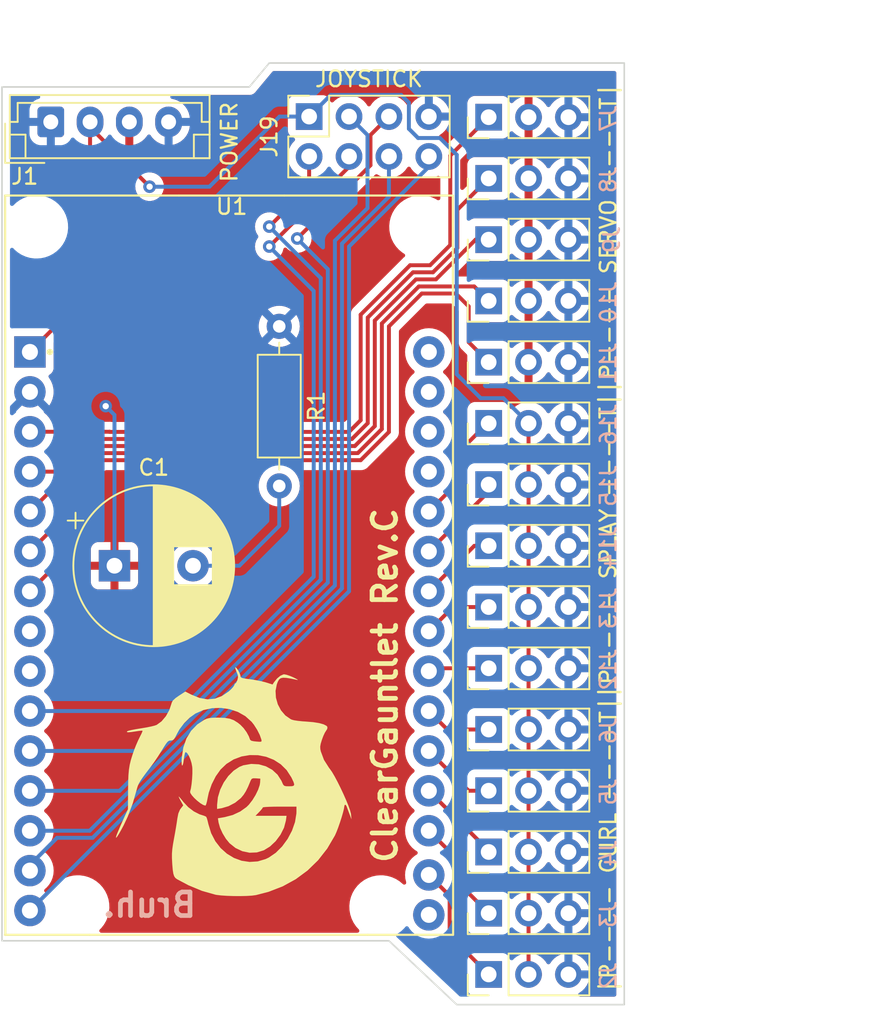
<source format=kicad_pcb>
(kicad_pcb (version 20211014) (generator pcbnew)
  (layers (0 "F.Cu" signal) (31 "B.Cu" signal) (34 "B.Paste" user) (35 "F.Paste" user) (36 "B.SilkS" user "B.Silkscreen") (37 "F.SilkS" user "F.Silkscreen") (38 "B.Mask" user) (39 "F.Mask" user) (44 "Edge.Cuts" user))
  (net 0 "")
  (net 1 "GND")
  (net 2 "Net-(J2-Pad1)")
  (net 3 "Net-(J3-Pad1)")
  (net 4 "Net-(J4-Pad1)")
  (net 5 "Net-(J5-Pad1)")
  (net 6 "Net-(J6-Pad1)")
  (net 7 "Net-(J12-Pad1)")
  (net 8 "Net-(J13-Pad1)")
  (net 9 "Net-(J15-Pad1)")
  (net 10 "/3V3")
  (net 11 "/5V")
  (net 12 "/Net-(U1-Pad20)")
  (net 13 "Net-(J14-Pad1)")
  (net 14 "Net-(J19-Pad3)")
  (net 15 "Net-(J19-Pad5)")
  (net 17 "Net-(J7-Pad1)")
  (net 18 "Net-(J16-Pad1)")
  (net 19 "Net-(J19-Pad2)")
  (net 20 "Net-(J19-Pad6)")
  (net 21 "Net-(J19-Pad7)")
  (net 22 "Net-(J19-Pad8)")
  (net 26 "Net-(C1-Pad2)")
  (net 28 "Net-(J8-Pad1)")
  (net 29 "Net-(J9-Pad1)")
  (net 30 "Net-(J10-Pad1)")
  (net 31 "Net-(J11-Pad1)")
  (footprint "Connector_PinHeader_2.54mm:PinHeader_1x03_P2.54mm_Vertical" (layer "F.Cu") (at 146.05 99.14928 90)
    (fp_text reference "J13" (at -0.075 7.62 90) (layer "B.SilkS") (effects (justify mirror)))
    (fp_text value "PIN_RING_SPLAY")
    (pad "1" thru_hole rect (at 0 0 90) (size 1.7 1.7) (drill 1) (layers *.Cu *.Mask) (net 8 "Net-(J13-Pad1)"))
    (pad "2" thru_hole oval (at 0 2.54 90) (size 1.7 1.7) (drill 1) (layers *.Cu *.Mask) (net 10 "/3V3"))
    (pad "3" thru_hole oval (at 0 5.08 90) (size 1.7 1.7) (drill 1) (layers *.Cu *.Mask) (net 1 "GND"))
  )
  (footprint "Connector_PinHeader_2.54mm:PinHeader_1x03_P2.54mm_Vertical" (layer "F.Cu") (at 146.05 103.047315 90)
    (fp_text reference "J12" (at -0.075 7.62 90) (layer "B.SilkS") (effects (justify mirror)))
    (fp_text value "PIN_PINKY_SPLAY")
    (pad "1" thru_hole rect (at 0 0 90) (size 1.7 1.7) (drill 1) (layers *.Cu *.Mask) (net 7 "Net-(J12-Pad1)"))
    (pad "2" thru_hole oval (at 0 2.54 90) (size 1.7 1.7) (drill 1) (layers *.Cu *.Mask) (net 10 "/3V3"))
    (pad "3" thru_hole oval (at 0 5.08 90) (size 1.7 1.7) (drill 1) (layers *.Cu *.Mask) (net 1 "GND"))
  )
  (footprint "Connector_PinHeader_2.54mm:PinHeader_1x03_P2.54mm_Vertical" (layer "F.Cu") (at 146.05 91.35321 90)
    (fp_text reference "J15" (at -0.075 7.62 90) (layer "B.SilkS") (effects (justify mirror)))
    (fp_text value "PIN_INDEX_SPLAY")
    (pad "1" thru_hole rect (at 0 0 90) (size 1.7 1.7) (drill 1) (layers *.Cu *.Mask) (net 9 "Net-(J15-Pad1)"))
    (pad "2" thru_hole oval (at 0 2.54 90) (size 1.7 1.7) (drill 1) (layers *.Cu *.Mask) (net 10 "/3V3"))
    (pad "3" thru_hole oval (at 0 5.08 90) (size 1.7 1.7) (drill 1) (layers *.Cu *.Mask) (net 1 "GND"))
  )
  (footprint "Connector_PinHeader_2.54mm:PinHeader_1x03_P2.54mm_Vertical" (layer "F.Cu") (at 146.05 122.5375 90)
    (fp_text reference "J2" (at -0.075 7.62 90) (layer "B.SilkS") (effects (justify mirror)))
    (fp_text value "PIN_PINKY")
    (pad "1" thru_hole rect (at 0 0 90) (size 1.7 1.7) (drill 1) (layers *.Cu *.Mask) (net 2 "Net-(J2-Pad1)"))
    (pad "2" thru_hole oval (at 0 2.54 90) (size 1.7 1.7) (drill 1) (layers *.Cu *.Mask) (net 10 "/3V3"))
    (pad "3" thru_hole oval (at 0 5.08 90) (size 1.7 1.7) (drill 1) (layers *.Cu *.Mask) (net 1 "GND"))
  )
  (footprint "Connector_PinSocket_2.54mm:PinSocket_2x04_P2.54mm_Vertical" (layer "F.Cu") (at 134.62 67.925 90)
    (fp_text reference "J19" (at -1.27 -2.54 90) (layer "F.SilkS"))
    (fp_text value "Conn_01x08_Male")
    (pad "1" thru_hole rect (at 0 0 90) (size 1.7 1.7) (drill 1) (layers *.Cu *.Mask) (net 10 "/3V3"))
    (pad "2" thru_hole oval (at 0 2.54 90) (size 1.7 1.7) (drill 1) (layers *.Cu *.Mask) (net 19 "Net-(J19-Pad2)"))
    (pad "3" thru_hole oval (at 0 5.08 90) (size 1.7 1.7) (drill 1) (layers *.Cu *.Mask) (net 14 "Net-(J19-Pad3)"))
    (pad "4" thru_hole oval (at 0 7.62 90) (size 1.7 1.7) (drill 1) (layers *.Cu *.Mask) (net 1 "GND"))
    (pad "5" thru_hole oval (at -2.54 0 90) (size 1.7 1.7) (drill 1) (layers *.Cu *.Mask) (net 15 "Net-(J19-Pad5)"))
    (pad "6" thru_hole oval (at -2.54 2.54 90) (size 1.7 1.7) (drill 1) (layers *.Cu *.Mask) (net 20 "Net-(J19-Pad6)"))
    (pad "7" thru_hole oval (at -2.54 5.08 90) (size 1.7 1.7) (drill 1) (layers *.Cu *.Mask) (net 21 "Net-(J19-Pad7)"))
    (pad "8" thru_hole oval (at -2.54 7.62 90) (size 1.7 1.7) (drill 1) (layers *.Cu *.Mask) (net 22 "Net-(J19-Pad8)"))
  )
  (footprint "ESP32-DEVKIT-V1:MODULE_ESP32_DEVKIT_V1" (layer "F.Cu") (at 129.54 98.425)
    (fp_text reference "U1" (at 0.1445 -24.765) (layer "F.SilkS"))
    (fp_text value "ESP32-DEVKIT-V1")
    (pad "" np_thru_hole circle (at -12.28 -23.475) (size 3 3) (drill 3) (layers F&B.Cu *.Mask))
    (pad "" np_thru_hole circle (at -9.652 19.812) (size 3 3) (drill 3) (layers F&B.Cu *.Mask))
    (pad "" np_thru_hole circle (at 9.652 19.812) (size 3 3) (drill 3) (layers F&B.Cu *.Mask))
    (pad "" np_thru_hole circle (at 12.192 -23.475) (size 3 3) (drill 3) (layers F&B.Cu *.Mask))
    (pad "5" thru_hole circle (at 12.7 17.78) (size 2 2) (drill 1.02) (layers *.Cu *.Mask) (net 2 "Net-(J2-Pad1)"))
    (pad "8" thru_hole circle (at 12.7 14.965) (size 2 2) (drill 1.02) (layers *.Cu *.Mask) (net 3 "Net-(J3-Pad1)"))
    (pad "10" thru_hole circle (at 12.7 12.425) (size 2 2) (drill 1.02) (layers *.Cu *.Mask) (net 4 "Net-(J4-Pad1)"))
    (pad "11" thru_hole circle (at 12.7 9.885) (size 2 2) (drill 1.02) (layers *.Cu *.Mask) (net 5 "Net-(J5-Pad1)"))
    (pad "12" thru_hole circle (at 12.7 7.345) (size 2 2) (drill 1.02) (layers *.Cu *.Mask) (net 6 "Net-(J6-Pad1)"))
    (pad "13" thru_hole circle (at 12.7 4.805) (size 2 2) (drill 1.02) (layers *.Cu *.Mask) (net 7 "Net-(J12-Pad1)"))
    (pad "14" thru_hole circle (at 12.7 2.265) (size 2 2) (drill 1.02) (layers *.Cu *.Mask) (net 8 "Net-(J13-Pad1)"))
    (pad "15" thru_hole circle (at 12.7 -0.275) (size 2 2) (drill 1.02) (layers *.Cu *.Mask) (net 13 "Net-(J14-Pad1)"))
    (pad "16" thru_hole circle (at 12.7 -2.815) (size 2 2) (drill 1.02) (layers *.Cu *.Mask) (net 9 "Net-(J15-Pad1)"))
    (pad "17" thru_hole circle (at 12.7 -5.355) (size 2 2) (drill 1.02) (layers *.Cu *.Mask) (net 18 "Net-(J16-Pad1)"))
    (pad "18" thru_hole circle (at 12.7 -7.895) (size 2 2) (drill 1.02) (layers *.Cu *.Mask))
    (pad "20" thru_hole circle (at 12.7 -10.435) (size 2 2) (drill 1.02) (layers *.Cu *.Mask) (net 12 "/Net-(U1-Pad20)"))
    (pad "21" thru_hole circle (at -12.7 -10.435) (size 2 2) (drill 1.02) (layers *.Cu *.Mask) (net 17 "Net-(J7-Pad1)"))
    (pad "22" thru_hole circle (at -12.7 -7.895) (size 2 2) (drill 1.02) (layers *.Cu *.Mask) (net 28 "Net-(J8-Pad1)"))
    (pad "24" thru_hole circle (at -12.7 -5.355) (size 2 2) (drill 1.02) (layers *.Cu *.Mask) (net 29 "Net-(J9-Pad1)"))
    (pad "25" thru_hole circle (at -12.7 -2.815) (size 2 2) (drill 1.02) (layers *.Cu *.Mask) (net 30 "Net-(J10-Pad1)"))
    (pad "27" thru_hole circle (at -12.7 -0.275) (size 2 2) (drill 1.02) (layers *.Cu *.Mask) (net 31 "Net-(J11-Pad1)"))
    (pad "34" thru_hole circle (at -12.7 2.265) (size 2 2) (drill 1.02) (layers *.Cu *.Mask))
    (pad "35" thru_hole circle (at -12.7 4.805) (size 2 2) (drill 1.02) (layers *.Cu *.Mask))
    (pad "36" thru_hole circle (at -12.7 20.045) (size 2 2) (drill 1.02) (layers *.Cu *.Mask) (net 22 "Net-(J19-Pad8)"))
    (pad "38" thru_hole circle (at -12.7 7.345) (size 2 2) (drill 1.02) (layers *.Cu *.Mask) (net 20 "Net-(J19-Pad6)"))
    (pad "39" thru_hole circle (at -12.7 17.505) (size 2 2) (drill 1.02) (layers *.Cu *.Mask) (net 21 "Net-(J19-Pad7)"))
    (pad "40" thru_hole circle (at -12.7 12.425) (size 2 2) (drill 1.02) (layers *.Cu *.Mask) (net 14 "Net-(J19-Pad3)"))
    (pad "41" thru_hole circle (at -12.7 14.965) (size 2 2) (drill 1.02) (layers *.Cu *.Mask) (net 19 "Net-(J19-Pad2)"))
    (pad "42" thru_hole circle (at -12.7 9.885) (size 2 2) (drill 1.02) (layers *.Cu *.Mask) (net 15 "Net-(J19-Pad5)"))
    (pad "101" thru_hole circle (at 12.7 20.32) (size 2 2) (drill 1.02) (layers *.Cu *.Mask))
    (pad "102" thru_hole circle (at 12.7 -12.975) (size 2 2) (drill 1.02) (layers *.Cu *.Mask))
    (pad "103" thru_hole circle (at 12.7 -15.515) (size 2 2) (drill 1.02) (layers *.Cu *.Mask))
    (pad "104" thru_hole rect (at -12.7 -15.515) (size 2 2) (drill 1.02) (layers *.Cu *.Mask) (net 10 "/3V3"))
    (pad "105" thru_hole circle (at -12.7 -12.975) (size 2 2) (drill 1.02) (layers *.Cu *.Mask) (net 1 "GND"))
  )
  (footprint "Capacitor_THT:CP_Radial_D10.0mm_P5.00mm" (layer "F.Cu") (at 122.224646 96.52)
    (fp_text reference "C1" (at 2.5 -6.25) (layer "F.SilkS"))
    (fp_text value "C_Polarized")
    (pad "1" thru_hole rect (at 0 0) (size 2 2) (drill 1) (layers *.Cu *.Mask) (net 11 "/5V"))
    (pad "2" thru_hole circle (at 5 0) (size 2 2) (drill 1) (layers *.Cu *.Mask) (net 26 "Net-(C1-Pad2)"))
  )
  (footprint "Connector_PinHeader_2.54mm:PinHeader_1x03_P2.54mm_Vertical" (layer "F.Cu") (at 146.05 106.94535 90)
    (fp_text reference "J6" (at -0.075 7.62 90) (layer "B.SilkS") (effects (justify mirror)))
    (fp_text value "PIN_THUMB")
    (pad "1" thru_hole rect (at 0 0 90) (size 1.7 1.7) (drill 1) (layers *.Cu *.Mask) (net 6 "Net-(J6-Pad1)"))
    (pad "2" thru_hole oval (at 0 2.54 90) (size 1.7 1.7) (drill 1) (layers *.Cu *.Mask) (net 10 "/3V3"))
    (pad "3" thru_hole oval (at 0 5.08 90) (size 1.7 1.7) (drill 1) (layers *.Cu *.Mask) (net 1 "GND"))
  )
  (footprint "cg_logo_small:cg_logo_med" (layer "F.Cu") (at 129.794 110.236)
    (fp_text reference "G***" hide)
    (fp_text value "LOGO" hide)
  )
  (footprint "Connector_PinHeader_2.54mm:PinHeader_1x03_P2.54mm_Vertical" (layer "F.Cu") (at 146.05 71.863035 90)
    (fp_text reference "J8" (at -0.075 7.62 90) (layer "B.SilkS") (effects (justify mirror)))
    (fp_text value "PIN_INDEX_MOTOR")
    (pad "1" thru_hole rect (at 0 0 90) (size 1.7 1.7) (drill 1) (layers *.Cu *.Mask) (net 28 "Net-(J8-Pad1)"))
    (pad "2" thru_hole oval (at 0 2.54 90) (size 1.7 1.7) (drill 1) (layers *.Cu *.Mask) (net 11 "/5V"))
    (pad "3" thru_hole oval (at 0 5.08 90) (size 1.7 1.7) (drill 1) (layers *.Cu *.Mask) (net 1 "GND"))
  )
  (footprint "Connector_JST:JST_EH_B4B-EH-A_1x04_P2.50mm_Vertical" (layer "F.Cu") (at 118.17 68.265)
    (fp_text reference "J1" (at -1.66 3.475) (layer "F.SilkS"))
    (fp_text value "POWER")
    (pad "1" thru_hole roundrect (at 0 0) (size 1.7 1.95) (drill 0.95) (layers *.Cu *.Mask) (roundrect_rratio 0.1470588235) (net 1 "GND"))
    (pad "2" thru_hole oval (at 2.5 0) (size 1.7 1.95) (drill 0.95) (layers *.Cu *.Mask) (net 10 "/3V3"))
    (pad "3" thru_hole oval (at 5 0) (size 1.7 1.95) (drill 0.95) (layers *.Cu *.Mask) (net 11 "/5V"))
    (pad "4" thru_hole oval (at 7.5 0) (size 1.7 1.95) (drill 0.95) (layers *.Cu *.Mask) (net 1 "GND"))
  )
  (footprint "Resistor_THT:R_Axial_DIN0207_L6.3mm_D2.5mm_P10.16mm_Horizontal" (layer "F.Cu") (at 132.715 81.28 -90)
    (fp_text reference "R1" (at 5.08 -2.37 -90) (layer "F.SilkS"))
    (fp_text value "R_US")
    (pad "1" thru_hole circle (at 0 0 270) (size 1.6 1.6) (drill 0.8) (layers *.Cu *.Mask) (net 1 "GND"))
    (pad "2" thru_hole oval (at 10.16 0 270) (size 1.6 1.6) (drill 0.8) (layers *.Cu *.Mask) (net 26 "Net-(C1-Pad2)"))
  )
  (footprint "Connector_PinHeader_2.54mm:PinHeader_1x03_P2.54mm_Vertical" (layer "F.Cu") (at 146.05 75.76107 90)
    (fp_text reference "J9" (at 0 7.83 90) (layer "B.SilkS") (effects (justify mirror)))
    (fp_text value "PIN_MIDDLE_MOTOR")
    (pad "1" thru_hole rect (at 0 0 90) (size 1.7 1.7) (drill 1) (layers *.Cu *.Mask) (net 29 "Net-(J9-Pad1)"))
    (pad "2" thru_hole oval (at 0 2.54 90) (size 1.7 1.7) (drill 1) (layers *.Cu *.Mask) (net 11 "/5V"))
    (pad "3" thru_hole oval (at 0 5.08 90) (size 1.7 1.7) (drill 1) (layers *.Cu *.Mask) (net 1 "GND"))
  )
  (footprint "Connector_PinHeader_2.54mm:PinHeader_1x03_P2.54mm_Vertical" (layer "F.Cu") (at 146.05 83.55714 90)
    (fp_text reference "J11" (at -0.075 7.62 90) (layer "B.SilkS") (effects (justify mirror)))
    (fp_text value "PIN_PINKY_MOTOR")
    (pad "1" thru_hole rect (at 0 0 90) (size 1.7 1.7) (drill 1) (layers *.Cu *.Mask) (net 31 "Net-(J11-Pad1)"))
    (pad "2" thru_hole oval (at 0 2.54 90) (size 1.7 1.7) (drill 1) (layers *.Cu *.Mask) (net 11 "/5V"))
    (pad "3" thru_hole oval (at 0 5.08 90) (size 1.7 1.7) (drill 1) (layers *.Cu *.Mask) (net 1 "GND"))
  )
  (footprint "Connector_PinHeader_2.54mm:PinHeader_1x03_P2.54mm_Vertical" (layer "F.Cu") (at 146.05 79.659105 90)
    (fp_text reference "J10" (at -0.075 7.62 90) (layer "B.SilkS") (effects (justify mirror)))
    (fp_text value "PIN_RING_MOTOR")
    (pad "1" thru_hole rect (at 0 0 90) (size 1.7 1.7) (drill 1) (layers *.Cu *.Mask) (net 30 "Net-(J10-Pad1)"))
    (pad "2" thru_hole oval (at 0 2.54 90) (size 1.7 1.7) (drill 1) (layers *.Cu *.Mask) (net 11 "/5V"))
    (pad "3" thru_hole oval (at 0 5.08 90) (size 1.7 1.7) (drill 1) (layers *.Cu *.Mask) (net 1 "GND"))
  )
  (footprint "Connector_PinHeader_2.54mm:PinHeader_1x03_P2.54mm_Vertical" (layer "F.Cu") (at 146.05 87.455175 90)
    (fp_text reference "J16" (at -0.075 7.62 90) (layer "B.SilkS") (effects (justify mirror)))
    (fp_text value "PIN_THUMB_SPLAY")
    (pad "1" thru_hole rect (at 0 0 90) (size 1.7 1.7) (drill 1) (layers *.Cu *.Mask) (net 18 "Net-(J16-Pad1)"))
    (pad "2" thru_hole oval (at 0 2.54 90) (size 1.7 1.7) (drill 1) (layers *.Cu *.Mask) (net 10 "/3V3"))
    (pad "3" thru_hole oval (at 0 5.08 90) (size 1.7 1.7) (drill 1) (layers *.Cu *.Mask) (net 1 "GND"))
  )
  (footprint "Connector_PinHeader_2.54mm:PinHeader_1x03_P2.54mm_Vertical" (layer "F.Cu") (at 146.05 118.639455 90)
    (fp_text reference "J3" (at -0.075 7.62 90) (layer "B.SilkS") (effects (justify mirror)))
    (fp_text value "PIN_RING")
    (pad "1" thru_hole rect (at 0 0 90) (size 1.7 1.7) (drill 1) (layers *.Cu *.Mask) (net 3 "Net-(J3-Pad1)"))
    (pad "2" thru_hole oval (at 0 2.54 90) (size 1.7 1.7) (drill 1) (layers *.Cu *.Mask) (net 10 "/3V3"))
    (pad "3" thru_hole oval (at 0 5.08 90) (size 1.7 1.7) (drill 1) (layers *.Cu *.Mask) (net 1 "GND"))
  )
  (footprint "Connector_PinHeader_2.54mm:PinHeader_1x03_P2.54mm_Vertical" (layer "F.Cu") (at 146.05 114.74142 90)
    (fp_text reference "J4" (at -0.075 7.62 90) (layer "B.SilkS") (effects (justify mirror)))
    (fp_text value "PIN_MIDDLE")
    (pad "1" thru_hole rect (at 0 0 90) (size 1.7 1.7) (drill 1) (layers *.Cu *.Mask) (net 4 "Net-(J4-Pad1)"))
    (pad "2" thru_hole oval (at 0 2.54 90) (size 1.7 1.7) (drill 1) (layers *.Cu *.Mask) (net 10 "/3V3"))
    (pad "3" thru_hole oval (at 0 5.08 90) (size 1.7 1.7) (drill 1) (layers *.Cu *.Mask) (net 1 "GND"))
  )
  (footprint "Connector_PinHeader_2.54mm:PinHeader_1x03_P2.54mm_Vertical" (layer "F.Cu") (at 146.05 110.843385 90)
    (fp_text reference "J5" (at -0.075 7.62 90) (layer "B.SilkS") (effects (justify mirror)))
    (fp_text value "PIN_INDEX")
    (pad "1" thru_hole rect (at 0 0 90) (size 1.7 1.7) (drill 1) (layers *.Cu *.Mask) (net 5 "Net-(J5-Pad1)"))
    (pad "2" thru_hole oval (at 0 2.54 90) (size 1.7 1.7) (drill 1) (layers *.Cu *.Mask) (net 10 "/3V3"))
    (pad "3" thru_hole oval (at 0 5.08 90) (size 1.7 1.7) (drill 1) (layers *.Cu *.Mask) (net 1 "GND"))
  )
  (footprint "Connector_PinHeader_2.54mm:PinHeader_1x03_P2.54mm_Vertical" (layer "F.Cu") (at 146.05 95.251245 90)
    (fp_text reference "J14" (at -0.075 7.62 90) (layer "B.SilkS") (effects (justify mirror)))
    (fp_text value "PIN_MIDDLE_SPLAY")
    (pad "1" thru_hole rect (at 0 0 90) (size 1.7 1.7) (drill 1) (layers *.Cu *.Mask) (net 13 "Net-(J14-Pad1)"))
    (pad "2" thru_hole oval (at 0 2.54 90) (size 1.7 1.7) (drill 1) (layers *.Cu *.Mask) (net 10 "/3V3"))
    (pad "3" thru_hole oval (at 0 5.08 90) (size 1.7 1.7) (drill 1) (layers *.Cu *.Mask) (net 1 "GND"))
  )
  (footprint "Connector_PinHeader_2.54mm:PinHeader_1x03_P2.54mm_Vertical" (layer "F.Cu") (at 146.05 67.965 90)
    (fp_text reference "J7" (at -0.075 7.62 90) (layer "B.SilkS") (effects (justify mirror)))
    (fp_text value "PIN_THUMB_MOTOR")
    (pad "1" thru_hole rect (at 0 0 90) (size 1.7 1.7) (drill 1) (layers *.Cu *.Mask) (net 17 "Net-(J7-Pad1)"))
    (pad "2" thru_hole oval (at 0 2.54 90) (size 1.7 1.7) (drill 1) (layers *.Cu *.Mask) (net 11 "/5V"))
    (pad "3" thru_hole oval (at 0 5.08 90) (size 1.7 1.7) (drill 1) (layers *.Cu *.Mask) (net 1 "GND"))
  )
  (gr_poly (pts (xy 154.686 124.46) (xy 144.018 124.46) (xy 139.7 120.396) (xy 115.062 120.396) (xy 115.062 66.04) (xy 130.81 66.04) (xy 132.08 64.516) (xy 154.686 64.516)) (layer "Edge.Cuts") (width 0.1) (fill none))
  (gr_text "Bruh." (at 124.46 118.11) (layer "B.SilkS") (effects (font (size 1.5 1.5) (thickness 0.3)) (justify mirror)))
  (gr_text "POWER" (at 129.54 69.55 90) (layer "F.SilkS") (effects (font (size 1 1))))
  (gr_text "|P---- CURL ----T|" (at 153.67 114.3 90) (layer "F.SilkS") (effects (font (size 1 1))))
  (gr_text "|P---- SERVO ----T|" (at 153.67 75.692 90) (layer "F.SilkS") (effects (font (size 1 1))))
  (gr_text "|P---- SPLAY ----T|" (at 153.655 95.25 90) (layer "F.SilkS") (effects (font (size 1 1))))
  (gr_text "ClearGauntlet Rev.C" (at 139.446 104.14 90) (layer "F.SilkS") (effects (font (size 1.5 1.5) (thickness 0.3))))
  (gr_text "JOYSTICK" (at 138.43 65.532) (layer "F.SilkS") (effects (font (size 1 1))))
  (segment (start 146.05 122.5375) (end 143.565 120.0525) (width 0.25) (layer "F.Cu") (net 2))
  (segment (start 143.565 117.53) (end 142.24 116.205) (width 0.25) (layer "F.Cu") (net 2))
  (segment (start 143.565 120.0525) (end 143.565 117.53) (width 0.25) (layer "F.Cu") (net 2))
  (segment (start 144.526 117.115455) (end 144.526 115.676) (width 0.25) (layer "F.Cu") (net 3))
  (segment (start 144.526 115.676) (end 142.24 113.39) (width 0.25) (layer "F.Cu") (net 3))
  (segment (start 146.05 118.639455) (end 144.526 117.115455) (width 0.25) (layer "F.Cu") (net 3))
  (segment (start 146.05 114.66) (end 142.24 110.85) (width 0.25) (layer "F.Cu") (net 4))
  (segment (start 146.05 114.74142) (end 146.05 114.66) (width 0.25) (layer "F.Cu") (net 4))
  (segment (start 144.773385 110.843385) (end 142.24 108.31) (width 0.25) (layer "F.Cu") (net 5))
  (segment (start 146.05 110.843385) (end 144.773385 110.843385) (width 0.25) (layer "F.Cu") (net 5))
  (segment (start 143.41535 106.94535) (end 142.24 105.77) (width 0.25) (layer "F.Cu") (net 6))
  (segment (start 146.05 106.94535) (end 143.41535 106.94535) (width 0.25) (layer "F.Cu") (net 6))
  (segment (start 146.05 103.047315) (end 142.422685 103.047315) (width 0.25) (layer "F.Cu") (net 7))
  (segment (start 142.422685 103.047315) (end 142.24 103.23) (width 0.25) (layer "F.Cu") (net 7))
  (segment (start 146.05 99.14928) (end 143.78072 99.14928) (width 0.25) (layer "F.Cu") (net 8))
  (segment (start 143.78072 99.14928) (end 142.24 100.69) (width 0.25) (layer "F.Cu") (net 8))
  (segment (start 146.05 91.8) (end 142.24 95.61) (width 0.25) (layer "F.Cu") (net 9))
  (segment (start 146.05 91.35321) (end 146.05 91.8) (width 0.25) (layer "F.Cu") (net 9))
  (segment (start 120.67 68.265) (end 120.67 68.6) (width 0.25) (layer "F.Cu") (net 10))
  (segment (start 148.59 87.455175) (end 148.59 122.5375) (width 0.25) (layer "F.Cu") (net 10))
  (segment (start 120.67 68.6) (end 124.46 72.39) (width 0.25) (layer "F.Cu") (net 10))
  (segment (start 116.84 82.91) (end 120.67 79.08) (width 0.25) (layer "F.Cu") (net 10))
  (segment (start 120.67 79.08) (end 120.67 68.6) (width 0.25) (layer "F.Cu") (net 10))
  (via (at 124.46 72.39) (size 0.8) (drill 0.4) (layers "F.Cu" "B.Cu") (net 10))
  (segment (start 144.018 70.358) (end 144.018 84.328) (width 0.25) (layer "B.Cu") (net 10))
  (segment (start 140.97 68.702351) (end 141.557649 69.29) (width 0.25) (layer "B.Cu") (net 10))
  (segment (start 144.018 84.328) (end 145.542 85.852) (width 0.25) (layer "B.Cu") (net 10))
  (segment (start 134.62 67.925) (end 135.997 66.548) (width 0.25) (layer "B.Cu") (net 10))
  (segment (start 132.735 67.925) (end 128.27 72.39) (width 0.25) (layer "B.Cu") (net 10))
  (segment (start 135.997 66.548) (end 140.477351 66.548) (width 0.25) (layer "B.Cu") (net 10))
  (segment (start 134.62 67.925) (end 132.735 67.925) (width 0.25) (layer "B.Cu") (net 10))
  (segment (start 140.97 67.040649) (end 140.97 68.702351) (width 0.25) (layer "B.Cu") (net 10))
  (segment (start 141.557649 69.29) (end 142.95 69.29) (width 0.25) (layer "B.Cu") (net 10))
  (segment (start 145.542 85.852) (end 146.986825 85.852) (width 0.25) (layer "B.Cu") (net 10))
  (segment (start 140.477351 66.548) (end 140.97 67.040649) (width 0.25) (layer "B.Cu") (net 10))
  (segment (start 128.27 72.39) (end 124.46 72.39) (width 0.25) (layer "B.Cu") (net 10))
  (segment (start 146.986825 85.852) (end 148.59 87.455175) (width 0.25) (layer "B.Cu") (net 10))
  (segment (start 142.95 69.29) (end 144.018 70.358) (width 0.25) (layer "B.Cu") (net 10))
  (via (at 121.666 86.36) (size 0.8) (drill 0.4) (layers "F.Cu" "B.Cu") (net 11))
  (segment (start 121.666 86.36) (end 122.224646 86.918646) (width 0.25) (layer "B.Cu") (net 11))
  (segment (start 122.224646 86.918646) (end 122.224646 96.52) (width 0.25) (layer "B.Cu") (net 11))
  (segment (start 145.138755 95.251245) (end 142.24 98.15) (width 0.25) (layer "F.Cu") (net 13))
  (segment (start 146.05 95.251245) (end 145.138755 95.251245) (width 0.25) (layer "F.Cu") (net 13))
  (segment (start 139.7 67.925) (end 138.525 69.1) (width 0.25) (layer "F.Cu") (net 14))
  (segment (start 138.525 69.1) (end 138.525 71.025) (width 0.25) (layer "F.Cu") (net 14))
  (segment (start 138.525 71.025) (end 133.862299 75.687701) (width 0.25) (layer "F.Cu") (net 14))
  (via (at 133.862299 75.687701) (size 0.8) (drill 0.4) (layers "F.Cu" "B.Cu") (net 14))
  (segment (start 135.81 97.590812) (end 135.81 77.644) (width 0.25) (layer "B.Cu") (net 14))
  (segment (start 116.84 110.85) (end 122.550812 110.85) (width 0.25) (layer "B.Cu") (net 14))
  (segment (start 133.862299 75.696299) (end 133.862299 75.687701) (width 0.25) (layer "B.Cu") (net 14))
  (segment (start 135.81 77.644) (end 133.862299 75.696299) (width 0.25) (layer "B.Cu") (net 14))
  (segment (start 122.550812 110.85) (end 135.81 97.590812) (width 0.25) (layer "B.Cu") (net 14))
  (segment (start 134.62 72.39) (end 132.08 74.93) (width 0.25) (layer "F.Cu") (net 15))
  (segment (start 134.62 70.465) (end 134.62 72.39) (width 0.25) (layer "F.Cu") (net 15))
  (via (at 132.08 74.93) (size 0.8) (drill 0.4) (layers "F.Cu" "B.Cu") (net 15))
  (segment (start 132.08 74.93) (end 135.36 78.21) (width 0.25) (layer "B.Cu") (net 15))
  (segment (start 124.454416 108.31) (end 116.84 108.31) (width 0.25) (layer "B.Cu") (net 15))
  (segment (start 135.36 78.21) (end 135.36 97.404416) (width 0.25) (layer "B.Cu") (net 15))
  (segment (start 135.36 97.404416) (end 124.454416 108.31) (width 0.25) (layer "B.Cu") (net 15))
  (segment (start 137.157208 88) (end 137.9 87.257208) (width 0.25) (layer "F.Cu") (net 17))
  (segment (start 142.32 77.39) (end 141.047208 77.39) (width 0.25) (layer "F.Cu") (net 17))
  (segment (start 143.607001 70.407999) (end 143.607001 76.102999) (width 0.25) (layer "F.Cu") (net 17))
  (segment (start 137.9 80.537208) (end 141.047208 77.39) (width 0.25) (layer "F.Cu") (net 17))
  (segment (start 143.607001 76.102999) (end 142.32 77.39) (width 0.25) (layer "F.Cu") (net 17))
  (segment (start 121.92 88) (end 137.157208 88) (width 0.25) (layer "F.Cu") (net 17))
  (segment (start 116.84 87.99) (end 121.91 87.99) (width 0.25) (layer "F.Cu") (net 17))
  (segment (start 137.9 87.257208) (end 137.9 80.537208) (width 0.25) (layer "F.Cu") (net 17))
  (segment (start 121.91 87.99) (end 121.92 88) (width 0.25) (layer "F.Cu") (net 17))
  (segment (start 146.05 67.965) (end 143.607001 70.407999) (width 0.25) (layer "F.Cu") (net 17))
  (segment (start 144.018 91.292) (end 144.018 89.408) (width 0.25) (layer "F.Cu") (net 18))
  (segment (start 145.970825 87.455175) (end 146.05 87.455175) (width 0.25) (layer "F.Cu") (net 18))
  (segment (start 144.018 89.408) (end 145.970825 87.455175) (width 0.25) (layer "F.Cu") (net 18))
  (segment (start 142.24 93.07) (end 144.018 91.292) (width 0.25) (layer "F.Cu") (net 18))
  (segment (start 136.26 75.827208) (end 136.26 97.777208) (width 0.25) (layer "B.Cu") (net 19))
  (segment (start 137.414 74.673208) (end 136.26 75.827208) (width 0.25) (layer "B.Cu") (net 19))
  (segment (start 137.16 67.925) (end 138.335 69.1) (width 0.25) (layer "B.Cu") (net 19))
  (segment (start 138.335 73.752208) (end 137.412604 74.674604) (width 0.25) (layer "B.Cu") (net 19))
  (segment (start 120.647208 113.39) (end 116.84 113.39) (width 0.25) (layer "B.Cu") (net 19))
  (segment (start 138.335 69.1) (end 138.335 73.752208) (width 0.25) (layer "B.Cu") (net 19))
  (segment (start 136.26 97.777208) (end 120.647208 113.39) (width 0.25) (layer "B.Cu") (net 19))
  (segment (start 137.16 70.465) (end 137.16 71.12) (width 0.25) (layer "F.Cu") (net 20))
  (segment (start 132.08 76.2) (end 134.17 74.11) (width 0.25) (layer "F.Cu") (net 20))
  (segment (start 137.16 71.12) (end 134.17 74.11) (width 0.25) (layer "F.Cu") (net 20))
  (via (at 132.08 76.2) (size 0.8) (drill 0.4) (layers "F.Cu" "B.Cu") (net 20))
  (segment (start 116.84 105.77) (end 126.35802 105.77) (width 0.25) (layer "B.Cu") (net 20))
  (segment (start 126.35802 105.77) (end 134.91 97.21802) (width 0.25) (layer "B.Cu") (net 20))
  (segment (start 134.91 79.03) (end 132.08 76.2) (width 0.25) (layer "B.Cu") (net 20))
  (segment (start 134.91 97.21802) (end 134.91 79.03) (width 0.25) (layer "B.Cu") (net 20))
  (segment (start 120.833604 113.84) (end 118.57 113.84) (width 0.25) (layer "B.Cu") (net 21))
  (segment (start 139.065 73.66) (end 139.063604 73.66) (width 0.25) (layer "B.Cu") (net 21))
  (segment (start 116.84 115.57) (end 116.84 115.93) (width 0.25) (layer "B.Cu") (net 21))
  (segment (start 136.71 97.963604) (end 120.833604 113.84) (width 0.25) (layer "B.Cu") (net 21))
  (segment (start 136.71 76.013604) (end 136.71 97.963604) (width 0.25) (layer "B.Cu") (net 21))
  (segment (start 118.57 113.84) (end 116.84 115.57) (width 0.25) (layer "B.Cu") (net 21))
  (segment (start 139.063604 73.66) (end 136.71 76.013604) (width 0.25) (layer "B.Cu") (net 21))
  (segment (start 139.065 73.66) (end 139.7 73.025) (width 0.25) (layer "B.Cu") (net 21))
  (segment (start 139.7 73.025) (end 139.7 70.465) (width 0.25) (layer "B.Cu") (net 21))
  (segment (start 139.25 74.11) (end 139.251396 74.11) (width 0.25) (layer "B.Cu") (net 22))
  (segment (start 142.24 71.121396) (end 142.24 70.465) (width 0.25) (layer "B.Cu") (net 22))
  (segment (start 137.16 98.15) (end 137.16 76.2) (width 0.25) (layer "B.Cu") (net 22))
  (segment (start 139.251396 74.11) (end 142.24 71.121396) (width 0.25) (layer "B.Cu") (net 22))
  (segment (start 116.84 118.47) (end 137.16 98.15) (width 0.25) (layer "B.Cu") (net 22))
  (segment (start 137.16 76.2) (end 139.25 74.11) (width 0.25) (layer "B.Cu") (net 22))
  (segment (start 132.715 93.98) (end 132.715 91.44) (width 0.25) (layer "B.Cu") (net 26))
  (segment (start 127.224646 96.52) (end 130.175 96.52) (width 0.25) (layer "B.Cu") (net 26))
  (segment (start 130.175 96.52) (end 132.715 93.98) (width 0.25) (layer "B.Cu") (net 26))
  (segment (start 120.823604 88.45) (end 137.343604 88.45) (width 0.25) (layer "F.Cu") (net 28))
  (segment (start 138.35 87.443604) (end 138.35 80.723604) (width 0.25) (layer "F.Cu") (net 28))
  (segment (start 137.343604 88.45) (end 138.35 87.443604) (width 0.25) (layer "F.Cu") (net 28))
  (segment (start 144.057001 76.289395) (end 144.057001 73.856034) (width 0.25) (layer "F.Cu") (net 28))
  (segment (start 116.84 90.53) (end 118.743604 90.53) (width 0.25) (layer "F.Cu") (net 28))
  (segment (start 142.506396 77.84) (end 144.057001 76.289395) (width 0.25) (layer "F.Cu") (net 28))
  (segment (start 144.057001 73.856034) (end 146.05 71.863035) (width 0.25) (layer "F.Cu") (net 28))
  (segment (start 118.743604 90.53) (end 120.823604 88.45) (width 0.25) (layer "F.Cu") (net 28))
  (segment (start 141.233604 77.84) (end 142.506396 77.84) (width 0.25) (layer "F.Cu") (net 28))
  (segment (start 138.35 80.723604) (end 141.233604 77.84) (width 0.25) (layer "F.Cu") (net 28))
  (segment (start 121.01 88.9) (end 137.53 88.9) (width 0.25) (layer "F.Cu") (net 29))
  (segment (start 145.21893 75.76107) (end 146.05 75.76107) (width 0.25) (layer "F.Cu") (net 29))
  (segment (start 144.507001 76.475791) (end 144.507001 76.472999) (width 0.25) (layer "F.Cu") (net 29))
  (segment (start 138.8 87.63) (end 138.8 80.91) (width 0.25) (layer "F.Cu") (net 29))
  (segment (start 141.42 78.29) (end 142.692792 78.29) (width 0.25) (layer "F.Cu") (net 29))
  (segment (start 142.692792 78.29) (end 144.507001 76.475791) (width 0.25) (layer "F.Cu") (net 29))
  (segment (start 137.53 88.9) (end 138.8 87.63) (width 0.25) (layer "F.Cu") (net 29))
  (segment (start 116.84 93.07) (end 121.01 88.9) (width 0.25) (layer "F.Cu") (net 29))
  (segment (start 138.8 80.91) (end 141.42 78.29) (width 0.25) (layer "F.Cu") (net 29))
  (segment (start 144.507001 76.472999) (end 145.21893 75.76107) (width 0.25) (layer "F.Cu") (net 29))
  (segment (start 137.716396 89.35) (end 139.25 87.816396) (width 0.25) (layer "F.Cu") (net 30))
  (segment (start 145.130895 78.74) (end 146.05 79.659105) (width 0.25) (layer "F.Cu") (net 30))
  (segment (start 139.25 81.096396) (end 141.606396 78.74) (width 0.25) (layer "F.Cu") (net 30))
  (segment (start 118.608198 93.841802) (end 118.608198 91.938198) (width 0.25) (layer "F.Cu") (net 30))
  (segment (start 118.608198 91.938198) (end 121.196396 89.35) (width 0.25) (layer "F.Cu") (net 30))
  (segment (start 141.606396 78.74) (end 145.130895 78.74) (width 0.25) (layer "F.Cu") (net 30))
  (segment (start 116.84 95.61) (end 118.608198 93.841802) (width 0.25) (layer "F.Cu") (net 30))
  (segment (start 121.196396 89.35) (end 137.716396 89.35) (width 0.25) (layer "F.Cu") (net 30))
  (segment (start 139.25 87.816396) (end 139.25 81.096396) (width 0.25) (layer "F.Cu") (net 30))
  (segment (start 121.382792 89.8) (end 137.902792 89.8) (width 0.25) (layer "F.Cu") (net 31))
  (segment (start 144.78 80.01) (end 144.78 82.28714) (width 0.25) (layer "F.Cu") (net 31))
  (segment (start 137.902792 89.8) (end 139.7 88.002792) (width 0.25) (layer "F.Cu") (net 31))
  (segment (start 116.84 98.15) (end 119.058198 95.931802) (width 0.25) (layer "F.Cu") (net 31))
  (segment (start 141.792792 79.19) (end 143.96 79.19) (width 0.25) (layer "F.Cu") (net 31))
  (segment (start 139.7 88.002792) (end 139.7 81.282792) (width 0.25) (layer "F.Cu") (net 31))
  (segment (start 119.058198 95.931802) (end 119.058198 92.124594) (width 0.25) (layer "F.Cu") (net 31))
  (segment (start 143.96 79.19) (end 144.78 80.01) (width 0.25) (layer "F.Cu") (net 31))
  (segment (start 144.78 82.28714) (end 146.05 83.55714) (width 0.25) (layer "F.Cu") (net 31))
  (segment (start 119.058198 92.124594) (end 121.382792 89.8) (width 0.25) (layer "F.Cu") (net 31))
  (segment (start 139.7 81.282792) (end 141.792792 79.19) (width 0.25) (layer "F.Cu") (net 31))
  (zone (net 11) (net_name "/5V") (layer "F.Cu") (connect_pads (clearance 0.508)) (min_thickness 0.254) (fill yes (thermal_gap 0.508) (thermal_bridge_width 0.508))
    (polygon (pts (xy 154.686 125.73) (xy 114.935 125.73) (xy 114.935 64.77) (xy 154.686 64.77)))
  )
  (zone (net 1) (net_name "GND") (layer "B.Cu") (connect_pads (clearance 0.508)) (min_thickness 0.254) (fill yes (thermal_gap 0.508) (thermal_bridge_width 0.508))
    (polygon (pts (xy 154.686 125.73) (xy 114.935 125.73) (xy 114.935 64.77) (xy 154.686 64.77)))
  )
)
</source>
